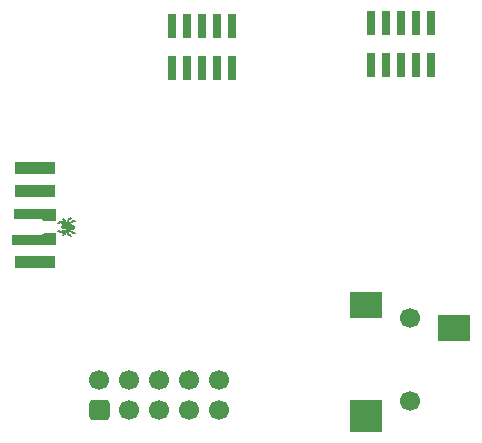
<source format=gts>
%TF.GenerationSoftware,KiCad,Pcbnew,5.1.8*%
%TF.CreationDate,2020-11-29T17:04:24-06:00*%
%TF.ProjectId,ePenguin-Debug,6550656e-6775-4696-9e2d-44656275672e,rev?*%
%TF.SameCoordinates,Original*%
%TF.FileFunction,Soldermask,Top*%
%TF.FilePolarity,Negative*%
%FSLAX46Y46*%
G04 Gerber Fmt 4.6, Leading zero omitted, Abs format (unit mm)*
G04 Created by KiCad (PCBNEW 5.1.8) date 2020-11-29 17:04:24*
%MOMM*%
%LPD*%
G01*
G04 APERTURE LIST*
%ADD10C,0.001000*%
%ADD11C,0.150000*%
%ADD12C,0.460000*%
%ADD13C,0.320000*%
%ADD14C,0.300000*%
%ADD15C,1.700000*%
%ADD16R,0.760000X2.050000*%
%ADD17R,0.750000X2.100000*%
%ADD18R,3.500000X1.000000*%
%ADD19C,0.100000*%
%ADD20R,2.800000X2.800000*%
%ADD21R,2.800000X2.200000*%
G04 APERTURE END LIST*
D10*
%TO.C,J1*%
G36*
X105560000Y-68670000D02*
G01*
X105680000Y-68730000D01*
X105820000Y-68730000D01*
X105760000Y-68600000D01*
X105610000Y-68530000D01*
X105640000Y-68620000D01*
X105560000Y-68670000D01*
G37*
X105560000Y-68670000D02*
X105680000Y-68730000D01*
X105820000Y-68730000D01*
X105760000Y-68600000D01*
X105610000Y-68530000D01*
X105640000Y-68620000D01*
X105560000Y-68670000D01*
D11*
X105540000Y-68580000D02*
X105670000Y-68640000D01*
X105330000Y-68650000D02*
X105530000Y-68580000D01*
D12*
X106460000Y-69010000D02*
X106390000Y-69010000D01*
D13*
X106510000Y-69010000D02*
X105740000Y-69010000D01*
D14*
X106400000Y-69090000D02*
X105740000Y-69020000D01*
D11*
X106190000Y-69260000D02*
X106520000Y-69540000D01*
X106710000Y-69540000D02*
X106520000Y-69540000D01*
X106150000Y-69210000D02*
X106150000Y-69580000D01*
X106360000Y-69750000D02*
X106150000Y-69580000D01*
X105990000Y-69390000D02*
X106040000Y-69130000D01*
X105990000Y-69390000D02*
X105920000Y-69550000D01*
X105720000Y-69670000D02*
X105910000Y-69560000D01*
D10*
G36*
X105560000Y-69350000D02*
G01*
X105680000Y-69290000D01*
X105820000Y-69290000D01*
X105760000Y-69420000D01*
X105610000Y-69490000D01*
X105640000Y-69400000D01*
X105560000Y-69350000D01*
G37*
X105560000Y-69350000D02*
X105680000Y-69290000D01*
X105820000Y-69290000D01*
X105760000Y-69420000D01*
X105610000Y-69490000D01*
X105640000Y-69400000D01*
X105560000Y-69350000D01*
D11*
X105540000Y-69440000D02*
X105670000Y-69380000D01*
X105330000Y-69370000D02*
X105530000Y-69440000D01*
D14*
X106400000Y-68930000D02*
X105740000Y-69000000D01*
D11*
X106190000Y-68760000D02*
X106520000Y-68480000D01*
X106710000Y-68480000D02*
X106520000Y-68480000D01*
X106150000Y-68810000D02*
X106150000Y-68440000D01*
X106360000Y-68270000D02*
X106150000Y-68440000D01*
X105990000Y-68630000D02*
X106040000Y-68890000D01*
X105990000Y-68630000D02*
X105920000Y-68470000D01*
X105720000Y-68350000D02*
X105910000Y-68460000D01*
%TD*%
D15*
%TO.C,J3*%
X118960000Y-81960000D03*
X116420000Y-81960000D03*
X113880000Y-81960000D03*
X111340000Y-81960000D03*
X108800000Y-81960000D03*
X118960000Y-84500000D03*
X116420000Y-84500000D03*
X113880000Y-84500000D03*
X111340000Y-84500000D03*
G36*
G01*
X109400000Y-85350000D02*
X108200000Y-85350000D01*
G75*
G02*
X107950000Y-85100000I0J250000D01*
G01*
X107950000Y-83900000D01*
G75*
G02*
X108200000Y-83650000I250000J0D01*
G01*
X109400000Y-83650000D01*
G75*
G02*
X109650000Y-83900000I0J-250000D01*
G01*
X109650000Y-85100000D01*
G75*
G02*
X109400000Y-85350000I-250000J0D01*
G01*
G37*
%TD*%
D16*
%TO.C,J4*%
X120040000Y-52020000D03*
X120040000Y-55580000D03*
X118770000Y-52020000D03*
X118770000Y-55580000D03*
X117500000Y-52020000D03*
X117500000Y-55580000D03*
X116230000Y-52020000D03*
X116230000Y-55580000D03*
X114960000Y-52020000D03*
X114960000Y-55580000D03*
%TD*%
D17*
%TO.C,J2*%
X131760000Y-51700000D03*
X131760000Y-55300000D03*
X133030000Y-51700000D03*
X133030000Y-55300000D03*
X134300000Y-51700000D03*
X134300000Y-55300000D03*
X135570000Y-51700000D03*
X135570000Y-55300000D03*
X136840000Y-51700000D03*
X136840000Y-55300000D03*
%TD*%
D18*
%TO.C,J1*%
X103350000Y-72000000D03*
X103350000Y-64000000D03*
X103350000Y-66000000D03*
D19*
G36*
X105100000Y-67500000D02*
G01*
X105100000Y-68500000D01*
X104090000Y-68500000D01*
X104070000Y-68480000D01*
X104020000Y-68440000D01*
X103960000Y-68400000D01*
X103910000Y-68370000D01*
X103860000Y-68350000D01*
X103800000Y-68330000D01*
X103720000Y-68310000D01*
X103610000Y-68300000D01*
X101600000Y-68300000D01*
X101600000Y-67500000D01*
X105100000Y-67500000D01*
G37*
G36*
X103610000Y-69700000D02*
G01*
X103720000Y-69690000D01*
X103800000Y-69670000D01*
X103860000Y-69650000D01*
X103910000Y-69630000D01*
X103960000Y-69600000D01*
X104020000Y-69560000D01*
X104070000Y-69520000D01*
X104090000Y-69500000D01*
X105100000Y-69500000D01*
X105100000Y-70500000D01*
X101400000Y-70500000D01*
X101400000Y-69700000D01*
X103610000Y-69700000D01*
G37*
%TD*%
D15*
%TO.C,CON1*%
X135100000Y-83700000D03*
X135100000Y-76700000D03*
D20*
X131400000Y-85000000D03*
D21*
X131400000Y-75600000D03*
X138800000Y-77600000D03*
%TD*%
M02*

</source>
